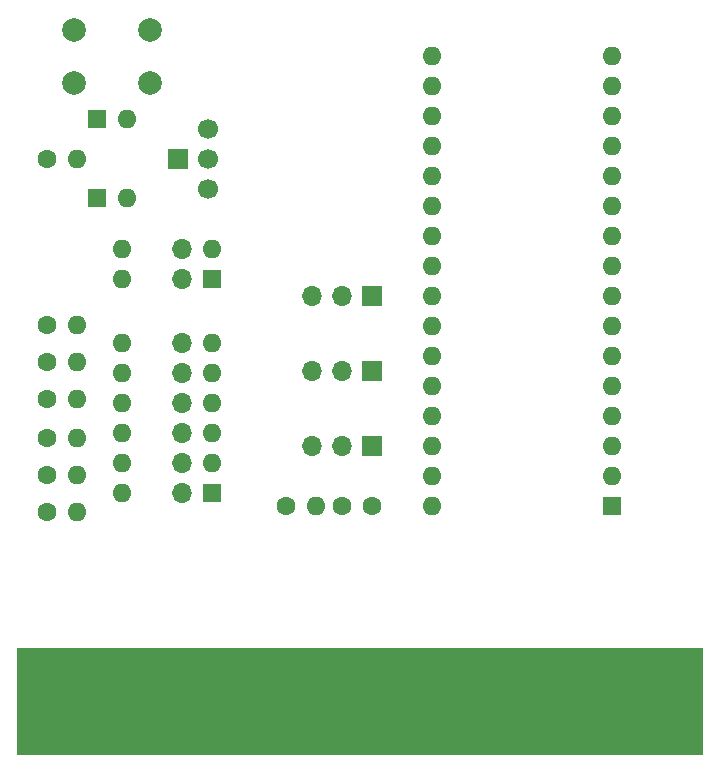
<source format=gts>
%TF.GenerationSoftware,KiCad,Pcbnew,(6.0.2)*%
%TF.CreationDate,2022-03-08T16:49:20-05:00*%
%TF.ProjectId,MegaCart-64,4d656761-4361-4727-942d-36342e6b6963,2*%
%TF.SameCoordinates,Original*%
%TF.FileFunction,Soldermask,Top*%
%TF.FilePolarity,Negative*%
%FSLAX46Y46*%
G04 Gerber Fmt 4.6, Leading zero omitted, Abs format (unit mm)*
G04 Created by KiCad (PCBNEW (6.0.2)) date 2022-03-08 16:49:20*
%MOMM*%
%LPD*%
G01*
G04 APERTURE LIST*
%ADD10C,0.050000*%
%ADD11R,1.600000X1.600000*%
%ADD12O,1.600000X1.600000*%
%ADD13C,1.600000*%
%ADD14O,1.700000X1.700000*%
%ADD15C,2.000000*%
%ADD16R,1.700000X1.700000*%
%ADD17R,1.500000X9.000000*%
%ADD18C,1.700000*%
G04 APERTURE END LIST*
D10*
X162000000Y-126981500D02*
X104000000Y-126981500D01*
X104000000Y-126981500D02*
X104000000Y-135981500D01*
X104000000Y-135981500D02*
X162000000Y-135981500D01*
X162000000Y-135981500D02*
X162000000Y-126981500D01*
G36*
X162000000Y-126981500D02*
G01*
X104000000Y-126981500D01*
X104000000Y-135981500D01*
X162000000Y-135981500D01*
X162000000Y-126981500D01*
G37*
D11*
X110730000Y-82200000D03*
D12*
X113270000Y-82200000D03*
D13*
X106500000Y-112300000D03*
D12*
X109040000Y-112300000D03*
D11*
X120500000Y-95700000D03*
D12*
X120500000Y-93160000D03*
D14*
X117960000Y-93160000D03*
D12*
X112880000Y-93160000D03*
X112880000Y-95700000D03*
D14*
X117960000Y-95700000D03*
D15*
X108750000Y-79150000D03*
X115250000Y-79150000D03*
X108750000Y-74650000D03*
X115250000Y-74650000D03*
D16*
X134000000Y-103570000D03*
D14*
X131460000Y-103570000D03*
X128920000Y-103570000D03*
D16*
X134000000Y-109920000D03*
D14*
X131460000Y-109920000D03*
X128920000Y-109920000D03*
D11*
X120500000Y-113898748D03*
D12*
X120500000Y-111358748D03*
X120500000Y-108818748D03*
X120500000Y-106278748D03*
X120500000Y-103738748D03*
X120500000Y-101198748D03*
X112880000Y-101198748D03*
D14*
X117960000Y-101198748D03*
X117960000Y-103738748D03*
D12*
X112880000Y-103738748D03*
X112880000Y-106278748D03*
D14*
X117960000Y-106278748D03*
D12*
X112880000Y-108818748D03*
D14*
X117960000Y-108818748D03*
X117960000Y-111358748D03*
D12*
X112880000Y-111358748D03*
D14*
X117960000Y-113898748D03*
D12*
X112880000Y-113898748D03*
D13*
X106500000Y-105900000D03*
D12*
X109040000Y-105900000D03*
D13*
X106500000Y-85550000D03*
D12*
X109040000Y-85550000D03*
D17*
X106330000Y-131481500D03*
X108870000Y-131481500D03*
X111410000Y-131481500D03*
X113950000Y-131481500D03*
X116490000Y-131481500D03*
X119030000Y-131481500D03*
X121570000Y-131481500D03*
X124110000Y-131481500D03*
X126650000Y-131481500D03*
X129190000Y-131481500D03*
X131730000Y-131481500D03*
X134270000Y-131481500D03*
X136810000Y-131481500D03*
X139350000Y-131481500D03*
X141890000Y-131481500D03*
X144430000Y-131481500D03*
X146970000Y-131481500D03*
X149510000Y-131481500D03*
X152050000Y-131481500D03*
X154590000Y-131481500D03*
X157130000Y-131481500D03*
X159670000Y-131481500D03*
D13*
X106500000Y-115500000D03*
D12*
X109040000Y-115500000D03*
D13*
X134000000Y-115000000D03*
X131500000Y-115000000D03*
X106500000Y-102800000D03*
D12*
X109040000Y-102800000D03*
D16*
X117565000Y-85550000D03*
D18*
X120105000Y-83010000D03*
X120105000Y-85550000D03*
X120105000Y-88090000D03*
D11*
X154320000Y-115000000D03*
D12*
X154320000Y-112460000D03*
X154320000Y-109920000D03*
X154320000Y-107380000D03*
X154320000Y-104840000D03*
X154320000Y-102300000D03*
X154320000Y-99760000D03*
X154320000Y-97220000D03*
X154320000Y-94680000D03*
X154320000Y-92140000D03*
X154320000Y-89600000D03*
X154320000Y-87060000D03*
X154320000Y-84520000D03*
X154320000Y-81980000D03*
X154320000Y-79440000D03*
X154320000Y-76900000D03*
X139080000Y-76900000D03*
X139080000Y-79440000D03*
X139080000Y-81980000D03*
X139080000Y-84520000D03*
X139080000Y-87060000D03*
X139080000Y-89600000D03*
X139080000Y-92140000D03*
X139080000Y-94680000D03*
X139080000Y-97220000D03*
X139080000Y-99760000D03*
X139080000Y-102300000D03*
X139080000Y-104840000D03*
X139080000Y-107380000D03*
X139080000Y-109920000D03*
X139080000Y-112460000D03*
X139080000Y-115000000D03*
D11*
X110730000Y-88900000D03*
D12*
X113270000Y-88900000D03*
D13*
X106500000Y-109200000D03*
D12*
X109040000Y-109200000D03*
D13*
X126730000Y-115000000D03*
D12*
X129270000Y-115000000D03*
D16*
X134000000Y-97220000D03*
D14*
X131460000Y-97220000D03*
X128920000Y-97220000D03*
D13*
X106500000Y-99600000D03*
D12*
X109040000Y-99600000D03*
M02*

</source>
